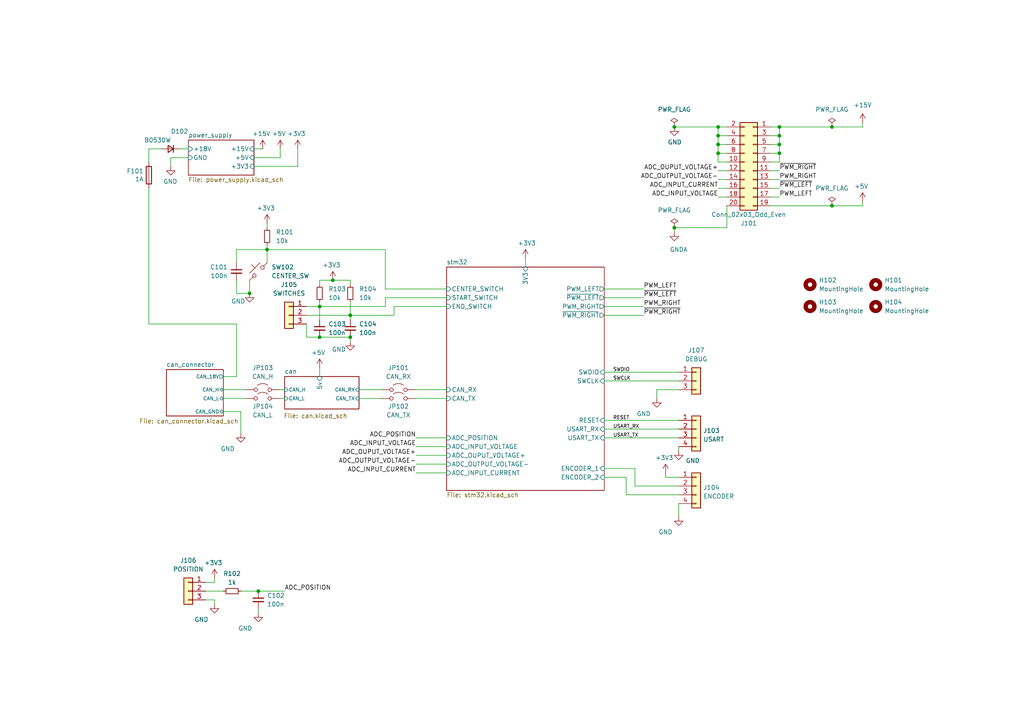
<source format=kicad_sch>
(kicad_sch (version 20231120) (generator "eeschema") (generator_version "8.0")
  (paper "A4")
  (lib_symbols
    (symbol "Connector_Generic:Conn_01x03" (pin_names (offset 1.016) hide)
      (property "Reference" "J" (at 0 5.08 0))
      (property "Value" "Conn_01x03" (at 0 -5.08 0))
      (symbol "Conn_01x03_1_1"
        (rectangle (start -1.27 -2.413) (end 0 -2.667) (stroke (width 0.1524)))
        (rectangle (start -1.27 0.127) (end 0 -0.127) (stroke (width 0.1524)))
        (rectangle (start -1.27 2.667) (end 0 2.413) (stroke (width 0.1524)))
        (rectangle (start -1.27 3.81) (end 1.27 -3.81) (stroke (width 0.254)) (fill (type background)))
        (pin passive line (at -5.08 2.54 0) (length 3.81) (name "Pin_1") (number "1"))
        (pin passive line (at -5.08 0 0) (length 3.81) (name "Pin_2") (number "2"))
        (pin passive line (at -5.08 -2.54 0) (length 3.81) (name "Pin_3") (number "3"))
      )
    )
    (symbol "Connector_Generic:Conn_01x04" (pin_names (offset 1.016) hide)
      (property "Reference" "J" (at 0 5.08 0))
      (property "Value" "Conn_01x04" (at 0 -7.62 0))
      (symbol "Conn_01x04_1_1"
        (rectangle (start -1.27 -4.953) (end 0 -5.207) (stroke (width 0.1524)))
        (rectangle (start -1.27 -2.413) (end 0 -2.667) (stroke (width 0.1524)))
        (rectangle (start -1.27 0.127) (end 0 -0.127) (stroke (width 0.1524)))
        (rectangle (start -1.27 2.667) (end 0 2.413) (stroke (width 0.1524)))
        (rectangle (start -1.27 3.81) (end 1.27 -6.35) (stroke (width 0.254)) (fill (type background)))
        (pin passive line (at -5.08 2.54 0) (length 3.81) (name "Pin_1") (number "1"))
        (pin passive line (at -5.08 0 0) (length 3.81) (name "Pin_2") (number "2"))
        (pin passive line (at -5.08 -2.54 0) (length 3.81) (name "Pin_3") (number "3"))
        (pin passive line (at -5.08 -5.08 0) (length 3.81) (name "Pin_4") (number "4"))
      )
    )
    (symbol "Connector_Generic:Conn_02x10_Odd_Even" (pin_names (offset 1.016) hide)
      (property "Reference" "J" (at 1.27 12.7 0))
      (property "Value" "Conn_02x10_Odd_Even" (at 1.27 -15.24 0))
      (symbol "Conn_02x10_Odd_Even_1_1"
        (rectangle (start -1.27 -12.573) (end 0 -12.827) (stroke (width 0.1524)))
        (rectangle (start -1.27 -10.033) (end 0 -10.287) (stroke (width 0.1524)))
        (rectangle (start -1.27 -7.493) (end 0 -7.747) (stroke (width 0.1524)))
        (rectangle (start -1.27 -4.953) (end 0 -5.207) (stroke (width 0.1524)))
        (rectangle (start -1.27 -2.413) (end 0 -2.667) (stroke (width 0.1524)))
        (rectangle (start -1.27 0.127) (end 0 -0.127) (stroke (width 0.1524)))
        (rectangle (start -1.27 2.667) (end 0 2.413) (stroke (width 0.1524)))
        (rectangle (start -1.27 5.207) (end 0 4.953) (stroke (width 0.1524)))
        (rectangle (start -1.27 7.747) (end 0 7.493) (stroke (width 0.1524)))
        (rectangle (start -1.27 10.287) (end 0 10.033) (stroke (width 0.1524)))
        (rectangle (start -1.27 11.43) (end 3.81 -13.97) (stroke (width 0.254)) (fill (type background)))
        (rectangle (start 3.81 -12.573) (end 2.54 -12.827) (stroke (width 0.1524)))
        (rectangle (start 3.81 -10.033) (end 2.54 -10.287) (stroke (width 0.1524)))
        (rectangle (start 3.81 -7.493) (end 2.54 -7.747) (stroke (width 0.1524)))
        (rectangle (start 3.81 -4.953) (end 2.54 -5.207) (stroke (width 0.1524)))
        (rectangle (start 3.81 -2.413) (end 2.54 -2.667) (stroke (width 0.1524)))
        (rectangle (start 3.81 0.127) (end 2.54 -0.127) (stroke (width 0.1524)))
        (rectangle (start 3.81 2.667) (end 2.54 2.413) (stroke (width 0.1524)))
        (rectangle (start 3.81 5.207) (end 2.54 4.953) (stroke (width 0.1524)))
        (rectangle (start 3.81 7.747) (end 2.54 7.493) (stroke (width 0.1524)))
        (rectangle (start 3.81 10.287) (end 2.54 10.033) (stroke (width 0.1524)))
        (pin passive line (at -5.08 10.16 0) (length 3.81) (name "Pin_1") (number "1"))
        (pin passive line (at 7.62 0 180) (length 3.81) (name "Pin_10") (number "10"))
        (pin passive line (at -5.08 -2.54 0) (length 3.81) (name "Pin_11") (number "11"))
        (pin passive line (at 7.62 -2.54 180) (length 3.81) (name "Pin_12") (number "12"))
        (pin passive line (at -5.08 -5.08 0) (length 3.81) (name "Pin_13") (number "13"))
        (pin passive line (at 7.62 -5.08 180) (length 3.81) (name "Pin_14") (number "14"))
        (pin passive line (at -5.08 -7.62 0) (length 3.81) (name "Pin_15") (number "15"))
        (pin passive line (at 7.62 -7.62 180) (length 3.81) (name "Pin_16") (number "16"))
        (pin passive line (at -5.08 -10.16 0) (length 3.81) (name "Pin_17") (number "17"))
        (pin passive line (at 7.62 -10.16 180) (length 3.81) (name "Pin_18") (number "18"))
        (pin passive line (at -5.08 -12.7 0) (length 3.81) (name "Pin_19") (number "19"))
        (pin passive line (at 7.62 10.16 180) (length 3.81) (name "Pin_2") (number "2"))
        (pin passive line (at 7.62 -12.7 180) (length 3.81) (name "Pin_20") (number "20"))
        (pin passive line (at -5.08 7.62 0) (length 3.81) (name "Pin_3") (number "3"))
        (pin passive line (at 7.62 7.62 180) (length 3.81) (name "Pin_4") (number "4"))
        (pin passive line (at -5.08 5.08 0) (length 3.81) (name "Pin_5") (number "5"))
        (pin passive line (at 7.62 5.08 180) (length 3.81) (name "Pin_6") (number "6"))
        (pin passive line (at -5.08 2.54 0) (length 3.81) (name "Pin_7") (number "7"))
        (pin passive line (at 7.62 2.54 180) (length 3.81) (name "Pin_8") (number "8"))
        (pin passive line (at -5.08 0 0) (length 3.81) (name "Pin_9") (number "9"))
      )
    )
    (symbol "Controle-rescue:+15V-power" (power) (pin_names (offset 0))
      (property "Value" "power_+15V" (at 0 3.556 0))
      (symbol "+15V-power_0_1"
        (polyline (pts (xy -0.762 1.27) (xy 0 2.54)))
        (polyline (pts (xy 0 0) (xy 0 2.54)))
        (polyline (pts (xy 0 2.54) (xy 0.762 1.27)))
      )
      (symbol "+15V-power_1_1"
        (pin power_in line (at 0 0 90) (length 0) hide (name "+15V") (number "1"))
      )
    )
    (symbol "Controle-rescue:+3V3-power" (power) (pin_names (offset 0))
      (property "Value" "power_+3V3" (at 0 3.556 0))
      (symbol "+3V3-power_0_1"
        (polyline (pts (xy -0.762 1.27) (xy 0 2.54)))
        (polyline (pts (xy 0 0) (xy 0 2.54)))
        (polyline (pts (xy 0 2.54) (xy 0.762 1.27)))
      )
      (symbol "+3V3-power_1_1"
        (pin power_in line (at 0 0 90) (length 0) hide (name "+3V3") (number "1"))
      )
    )
    (symbol "Controle-rescue:+5V-power" (power) (pin_names (offset 0))
      (property "Value" "power_+5V" (at 0 3.556 0))
      (symbol "+5V-power_0_1"
        (polyline (pts (xy -0.762 1.27) (xy 0 2.54)))
        (polyline (pts (xy 0 0) (xy 0 2.54)))
        (polyline (pts (xy 0 2.54) (xy 0.762 1.27)))
      )
      (symbol "+5V-power_1_1"
        (pin power_in line (at 0 0 90) (length 0) hide (name "+5V") (number "1"))
      )
    )
    (symbol "Controle-rescue:GND-power" (power) (pin_names (offset 0))
      (property "Value" "power_GND" (at 0 -3.81 0))
      (symbol "GND-power_0_1"
        (polyline (pts (xy 0 0) (xy 0 -1.27) (xy 1.27 -1.27) (xy 0 -2.54) (xy -1.27 -1.27) (xy 0 -1.27)))
      )
      (symbol "GND-power_1_1"
        (pin power_in line (at 0 0 270) (length 0) hide (name "GND") (number "1"))
      )
    )
    (symbol "Device:C_Small" (pin_numbers hide) (pin_names (offset 0.254) hide)
      (property "Reference" "C" (at 0.254 1.778 0))
      (property "Value" "C_Small" (at 0.254 -2.032 0))
      (symbol "C_Small_0_1"
        (polyline (pts (xy -1.524 -0.508) (xy 1.524 -0.508)) (stroke (width 0.3302)))
        (polyline (pts (xy -1.524 0.508) (xy 1.524 0.508)) (stroke (width 0.3048)))
      )
      (symbol "C_Small_1_1"
        (pin passive line (at 0 2.54 270) (length 2.032) (name "~") (number "1"))
        (pin passive line (at 0 -2.54 90) (length 2.032) (name "~") (number "2"))
      )
    )
    (symbol "Device:D_Small" (pin_numbers hide) (pin_names (offset 0.254) hide)
      (property "Reference" "D" (at -1.27 2.032 0))
      (property "Value" "D_Small" (at -3.81 -2.032 0))
      (symbol "D_Small_0_1"
        (polyline (pts (xy -0.762 -1.016) (xy -0.762 1.016)) (stroke (width 0.254)))
        (polyline (pts (xy -0.762 0) (xy 0.762 0)))
        (polyline (pts (xy 0.762 -1.016) (xy -0.762 0) (xy 0.762 1.016) (xy 0.762 -1.016)) (stroke (width 0.254)))
      )
      (symbol "D_Small_1_1"
        (pin passive line (at -2.54 0 0) (length 1.778) (name "K") (number "1"))
        (pin passive line (at 2.54 0 180) (length 1.778) (name "A") (number "2"))
      )
    )
    (symbol "Device:Fuse" (pin_numbers hide) (pin_names (offset 0))
      (property "Reference" "F" (at 2.032 0 90))
      (property "Value" "Fuse" (at -1.905 0 90))
      (symbol "Fuse_0_1"
        (rectangle (start -0.762 -2.54) (end 0.762 2.54) (stroke (width 0.254)))
        (polyline (pts (xy 0 2.54) (xy 0 -2.54)))
      )
      (symbol "Fuse_1_1"
        (pin passive line (at 0 3.81 270) (length 1.27) (name "~") (number "1"))
        (pin passive line (at 0 -3.81 90) (length 1.27) (name "~") (number "2"))
      )
    )
    (symbol "Device:R_Small" (pin_numbers hide) (pin_names (offset 0.254) hide)
      (property "Reference" "R" (at 0.762 0.508 0))
      (property "Value" "R_Small" (at 0.762 -1.016 0))
      (symbol "R_Small_0_1"
        (rectangle (start -0.762 1.778) (end 0.762 -1.778) (stroke (width 0.2032)))
      )
      (symbol "R_Small_1_1"
        (pin passive line (at 0 2.54 270) (length 0.762) (name "~") (number "1"))
        (pin passive line (at 0 -2.54 90) (length 0.762) (name "~") (number "2"))
      )
    )
    (symbol "Jumper:Jumper_2_Open" (pin_numbers hide) (pin_names (offset 0) hide) (exclude_from_sim yes)
      (property "Reference" "JP" (at 0 2.794 0))
      (property "Value" "Jumper_2_Open" (at 0 -2.286 0))
      (symbol "Jumper_2_Open_0_0"
        (circle (center -2.032 0) (radius 0.508))
        (circle (center 2.032 0) (radius 0.508))
      )
      (symbol "Jumper_2_Open_0_1"
        (arc (start 1.524 1.27) (mid 0 1.778) (end -1.524 1.27))
      )
      (symbol "Jumper_2_Open_1_1"
        (pin passive line (at -5.08 0 0) (length 2.54) (name "A") (number "1"))
        (pin passive line (at 5.08 0 180) (length 2.54) (name "B") (number "2"))
      )
    )
    (symbol "Mechanical:MountingHole" (pin_names (offset 1.016)) (exclude_from_sim yes) (in_bom no)
      (property "Reference" "H" (at 0 5.08 0))
      (property "Value" "MountingHole" (at 0 3.175 0))
      (symbol "MountingHole_0_1"
        (circle (center 0 0) (radius 1.27) (stroke (width 1.27)))
      )
    )
    (symbol "Switch:SW_Push_45deg" (pin_numbers hide) (pin_names (offset 1.016) hide)
      (property "Reference" "SW" (at 3.048 1.016 0))
      (property "Value" "SW_Push_45deg" (at 0 -3.81 0))
      (symbol "SW_Push_45deg_0_1"
        (circle (center -1.1684 1.1684) (radius 0.508))
        (polyline (pts (xy -0.508 2.54) (xy 2.54 -0.508)))
        (polyline (pts (xy 1.016 1.016) (xy 2.032 2.032)))
        (polyline (pts (xy -2.54 2.54) (xy -1.524 1.524) (xy -1.524 1.524)))
        (polyline (pts (xy 1.524 -1.524) (xy 2.54 -2.54) (xy 2.54 -2.54) (xy 2.54 -2.54)))
        (circle (center 1.143 -1.1938) (radius 0.508))
        (pin passive line (at -2.54 2.54 0) (length 0) (name "1") (number "1"))
        (pin passive line (at 2.54 -2.54 180) (length 0) (name "2") (number "2"))
      )
    )
    (symbol "power:+15V" (power) (pin_names (offset 0))
      (property "Value" "+15V" (at 0 3.556 0))
      (symbol "+15V_0_1"
        (polyline (pts (xy -0.762 1.27) (xy 0 2.54)))
        (polyline (pts (xy 0 0) (xy 0 2.54)))
        (polyline (pts (xy 0 2.54) (xy 0.762 1.27)))
      )
      (symbol "+15V_1_1"
        (pin power_in line (at 0 0 90) (length 0) hide (name "+15V") (number "1"))
      )
    )
    (symbol "power:GND" (power) (pin_names (offset 0))
      (property "Value" "GND" (at 0 -3.81 0))
      (symbol "GND_0_1"
        (polyline (pts (xy 0 0) (xy 0 -1.27) (xy 1.27 -1.27) (xy 0 -2.54) (xy -1.27 -1.27) (xy 0 -1.27)))
      )
      (symbol "GND_1_1"
        (pin power_in line (at 0 0 270) (length 0) hide (name "GND") (number "1"))
      )
    )
    (symbol "power:GNDA" (power) (pin_names (offset 0))
      (property "Value" "GNDA" (at 0 -3.81 0))
      (symbol "GNDA_0_1"
        (polyline (pts (xy 0 0) (xy 0 -1.27) (xy 1.27 -1.27) (xy 0 -2.54) (xy -1.27 -1.27) (xy 0 -1.27)))
      )
      (symbol "GNDA_1_1"
        (pin power_in line (at 0 0 270) (length 0) hide (name "GNDA") (number "1"))
      )
    )
    (symbol "power:PWR_FLAG" (power) (pin_numbers hide) (pin_names (offset 0) hide)
      (property "Value" "PWR_FLAG" (at 0 3.81 0))
      (symbol "PWR_FLAG_0_0"
        (pin power_out line (at 0 0 90) (length 0) (name "pwr") (number "1"))
      )
      (symbol "PWR_FLAG_0_1"
        (polyline (pts (xy 0 0) (xy 0 1.27) (xy -1.016 1.905) (xy 0 2.54) (xy 1.016 1.905) (xy 0 1.27)))
      )
    )
  )
  (junction (at 77.47 72.39))
  (junction (at 226.06 41.91))
  (junction (at 195.58 66.04))
  (junction (at 208.28 36.83))
  (junction (at 96.52 81.28))
  (junction (at 208.28 41.91))
  (junction (at 226.06 39.37))
  (junction (at 241.3 36.83))
  (junction (at 226.06 44.45))
  (junction (at 92.71 97.79))
  (junction (at 208.28 44.45))
  (junction (at 208.28 39.37))
  (junction (at 92.71 88.9))
  (junction (at 195.58 36.83))
  (junction (at 226.06 36.83))
  (junction (at 101.6 91.44))
  (junction (at 72.39 85.09))
  (junction (at 74.93 171.45))
  (junction (at 101.6 97.79))
  (junction (at 241.3 59.69))
  (wire (pts (xy 46.99 43.18) (xy 43.18 43.18)))
  (wire (pts (xy 62.23 167.64) (xy 62.23 168.91)))
  (wire (pts (xy 190.5 113.03) (xy 190.5 115.57)))
  (wire (pts (xy 77.47 72.39) (xy 77.47 76.2)))
  (wire (pts (xy 250.19 35.56) (xy 250.19 36.83)))
  (wire (pts (xy 120.65 127) (xy 129.54 127)))
  (wire (pts (xy 226.06 39.37) (xy 226.06 41.91)))
  (wire (pts (xy 195.58 66.04) (xy 210.82 66.04)))
  (wire (pts (xy 226.06 46.99) (xy 223.52 46.99)))
  (wire (pts (xy 88.9 91.44) (xy 101.6 91.44)))
  (wire (pts (xy 77.47 71.12) (xy 77.47 72.39)))
  (wire (pts (xy 101.6 97.79) (xy 101.6 99.06)))
  (wire (pts (xy 72.39 81.28) (xy 72.39 85.09)))
  (wire (pts (xy 92.71 97.79) (xy 101.6 97.79)))
  (wire (pts (xy 195.58 66.04) (xy 195.58 67.31)))
  (wire (pts (xy 111.76 86.36) (xy 129.54 86.36)))
  (wire (pts (xy 81.28 115.57) (xy 82.55 115.57)))
  (wire (pts (xy 81.28 113.03) (xy 82.55 113.03)))
  (wire (pts (xy 49.53 48.26) (xy 49.53 45.72)))
  (wire (pts (xy 43.18 93.98) (xy 43.18 54.61)))
  (wire (pts (xy 175.26 110.49) (xy 196.85 110.49)))
  (wire (pts (xy 92.71 106.68) (xy 92.71 109.22)))
  (wire (pts (xy 226.06 49.53) (xy 223.52 49.53)))
  (wire (pts (xy 241.3 36.83) (xy 250.19 36.83)))
  (wire (pts (xy 114.3 91.44) (xy 114.3 88.9)))
  (wire (pts (xy 86.36 48.26) (xy 73.66 48.26)))
  (wire (pts (xy 88.9 88.9) (xy 92.71 88.9)))
  (wire (pts (xy 68.58 76.2) (xy 68.58 72.39)))
  (wire (pts (xy 196.85 146.05) (xy 196.85 149.86)))
  (wire (pts (xy 92.71 81.28) (xy 96.52 81.28)))
  (wire (pts (xy 250.19 59.69) (xy 241.3 59.69)))
  (wire (pts (xy 43.18 46.99) (xy 43.18 43.18)))
  (wire (pts (xy 208.28 41.91) (xy 208.28 44.45)))
  (wire (pts (xy 59.69 173.99) (xy 62.23 173.99)))
  (wire (pts (xy 49.53 45.72) (xy 54.61 45.72)))
  (wire (pts (xy 210.82 49.53) (xy 208.28 49.53)))
  (wire (pts (xy 175.26 124.46) (xy 196.85 124.46)))
  (wire (pts (xy 68.58 85.09) (xy 72.39 85.09)))
  (wire (pts (xy 208.28 39.37) (xy 208.28 41.91)))
  (wire (pts (xy 210.82 39.37) (xy 208.28 39.37)))
  (wire (pts (xy 68.58 93.98) (xy 43.18 93.98)))
  (wire (pts (xy 81.28 45.72) (xy 73.66 45.72)))
  (wire (pts (xy 68.58 72.39) (xy 77.47 72.39)))
  (wire (pts (xy 92.71 88.9) (xy 92.71 92.71)))
  (wire (pts (xy 111.76 88.9) (xy 111.76 86.36)))
  (wire (pts (xy 193.04 138.43) (xy 196.85 138.43)))
  (wire (pts (xy 64.77 115.57) (xy 71.12 115.57)))
  (wire (pts (xy 81.28 43.18) (xy 81.28 45.72)))
  (wire (pts (xy 62.23 173.99) (xy 62.23 175.26)))
  (wire (pts (xy 77.47 72.39) (xy 111.76 72.39)))
  (wire (pts (xy 210.82 66.04) (xy 210.82 59.69)))
  (wire (pts (xy 86.36 43.18) (xy 86.36 48.26)))
  (wire (pts (xy 114.3 88.9) (xy 129.54 88.9)))
  (wire (pts (xy 120.65 137.16) (xy 129.54 137.16)))
  (wire (pts (xy 64.77 119.38) (xy 69.85 119.38)))
  (wire (pts (xy 208.28 39.37) (xy 208.28 36.83)))
  (wire (pts (xy 208.28 36.83) (xy 195.58 36.83)))
  (wire (pts (xy 92.71 82.55) (xy 92.71 81.28)))
  (wire (pts (xy 226.06 39.37) (xy 226.06 36.83)))
  (wire (pts (xy 120.65 113.03) (xy 129.54 113.03)))
  (wire (pts (xy 226.06 41.91) (xy 226.06 44.45)))
  (wire (pts (xy 223.52 54.61) (xy 226.06 54.61)))
  (wire (pts (xy 77.47 64.77) (xy 77.47 66.04)))
  (wire (pts (xy 62.23 168.91) (xy 59.69 168.91)))
  (wire (pts (xy 120.65 134.62) (xy 129.54 134.62)))
  (wire (pts (xy 210.82 52.07) (xy 208.28 52.07)))
  (wire (pts (xy 208.28 46.99) (xy 210.82 46.99)))
  (wire (pts (xy 92.71 88.9) (xy 111.76 88.9)))
  (wire (pts (xy 111.76 72.39) (xy 111.76 83.82)))
  (wire (pts (xy 210.82 36.83) (xy 208.28 36.83)))
  (wire (pts (xy 175.26 83.82) (xy 186.69 83.82)))
  (wire (pts (xy 175.26 127) (xy 196.85 127)))
  (wire (pts (xy 184.15 135.89) (xy 184.15 140.97)))
  (wire (pts (xy 52.07 43.18) (xy 54.61 43.18)))
  (wire (pts (xy 59.69 171.45) (xy 64.77 171.45)))
  (wire (pts (xy 68.58 81.28) (xy 68.58 85.09)))
  (wire (pts (xy 74.93 171.45) (xy 82.55 171.45)))
  (wire (pts (xy 64.77 113.03) (xy 71.12 113.03)))
  (wire (pts (xy 120.65 132.08) (xy 129.54 132.08)))
  (wire (pts (xy 181.61 138.43) (xy 181.61 143.51)))
  (wire (pts (xy 69.85 171.45) (xy 74.93 171.45)))
  (wire (pts (xy 226.06 52.07) (xy 223.52 52.07)))
  (wire (pts (xy 208.28 41.91) (xy 210.82 41.91)))
  (wire (pts (xy 175.26 88.9) (xy 186.69 88.9)))
  (wire (pts (xy 69.85 119.38) (xy 69.85 125.73)))
  (wire (pts (xy 111.76 83.82) (xy 129.54 83.82)))
  (wire (pts (xy 101.6 91.44) (xy 101.6 92.71)))
  (wire (pts (xy 101.6 87.63) (xy 101.6 91.44)))
  (wire (pts (xy 250.19 58.42) (xy 250.19 59.69)))
  (wire (pts (xy 193.04 137.16) (xy 193.04 138.43)))
  (wire (pts (xy 175.26 91.44) (xy 186.69 91.44)))
  (wire (pts (xy 210.82 57.15) (xy 208.28 57.15)))
  (wire (pts (xy 175.26 135.89) (xy 184.15 135.89)))
  (wire (pts (xy 175.26 86.36) (xy 186.69 86.36)))
  (wire (pts (xy 190.5 113.03) (xy 196.85 113.03)))
  (wire (pts (xy 92.71 88.9) (xy 92.71 87.63)))
  (wire (pts (xy 175.26 121.92) (xy 196.85 121.92)))
  (wire (pts (xy 208.28 44.45) (xy 208.28 46.99)))
  (wire (pts (xy 104.14 115.57) (xy 110.49 115.57)))
  (wire (pts (xy 76.2 43.18) (xy 73.66 43.18)))
  (wire (pts (xy 152.4 74.93) (xy 152.4 77.47)))
  (wire (pts (xy 101.6 91.44) (xy 114.3 91.44)))
  (wire (pts (xy 210.82 54.61) (xy 208.28 54.61)))
  (wire (pts (xy 74.93 176.53) (xy 74.93 177.8)))
  (wire (pts (xy 120.65 115.57) (xy 129.54 115.57)))
  (wire (pts (xy 175.26 138.43) (xy 181.61 138.43)))
  (wire (pts (xy 101.6 81.28) (xy 101.6 82.55)))
  (wire (pts (xy 88.9 93.98) (xy 88.9 97.79)))
  (wire (pts (xy 120.65 129.54) (xy 129.54 129.54)))
  (wire (pts (xy 226.06 44.45) (xy 226.06 46.99)))
  (wire (pts (xy 226.06 57.15) (xy 223.52 57.15)))
  (wire (pts (xy 88.9 97.79) (xy 92.71 97.79)))
  (wire (pts (xy 184.15 140.97) (xy 196.85 140.97)))
  (wire (pts (xy 96.52 81.28) (xy 101.6 81.28)))
  (wire (pts (xy 226.06 41.91) (xy 223.52 41.91)))
  (wire (pts (xy 223.52 59.69) (xy 241.3 59.69)))
  (wire (pts (xy 223.52 44.45) (xy 226.06 44.45)))
  (wire (pts (xy 104.14 113.03) (xy 110.49 113.03)))
  (wire (pts (xy 241.3 36.83) (xy 226.06 36.83)))
  (wire (pts (xy 226.06 36.83) (xy 223.52 36.83)))
  (wire (pts (xy 68.58 109.22) (xy 68.58 93.98)))
  (wire (pts (xy 175.26 107.95) (xy 196.85 107.95)))
  (wire (pts (xy 223.52 39.37) (xy 226.06 39.37)))
  (wire (pts (xy 196.85 129.54) (xy 196.85 130.81)))
  (wire (pts (xy 210.82 44.45) (xy 208.28 44.45)))
  (wire (pts (xy 64.77 109.22) (xy 68.58 109.22)))
  (wire (pts (xy 181.61 143.51) (xy 196.85 143.51)))
  (label "ADC_INPUT_CURRENT" (at 120.65 137.16 180))
  (label "ADC_INPUT_CURRENT" (at 208.28 54.61 180))
  (label "ADC_INPUT_VOLTAGE" (at 208.28 57.15 180))
  (label "ADC_OUPUT_VOLTAGE+" (at 208.28 49.53 180))
  (label "ADC_INPUT_VOLTAGE" (at 120.65 129.54 180))
  (label "RESET" (at 177.8 121.92 0) (effects (font (size 1.016 1.016))))
  (label "PWM_LEFT" (at 186.69 83.82 0))
  (label "USART_TX" (at 177.8 127 0) (effects (font (size 1.016 1.016))))
  (label "~{PWM_LEFT}" (at 226.06 54.61 0))
  (label "PWM_LEFT" (at 226.06 57.15 0))
  (label "USART_RX" (at 177.8 124.46 0) (effects (font (size 1.016 1.016))))
  (label "~{PWM_RIGHT}" (at 186.69 91.44 0))
  (label "SWCLK" (at 177.8 110.49 0) (effects (font (size 1.016 1.016))))
  (label "~{PWM_RIGHT}" (at 226.06 49.53 0))
  (label "ADC_OUTPUT_VOLTAGE-" (at 208.28 52.07 180))
  (label "SWDIO" (at 177.8 107.95 0) (effects (font (size 1.016 1.016))))
  (label "ADC_POSITION" (at 82.55 171.45 0))
  (label "ADC_OUPUT_VOLTAGE+" (at 120.65 132.08 180))
  (label "~{PWM_LEFT}" (at 186.69 86.36 0))
  (label "PWM_RIGHT" (at 226.06 52.07 0))
  (label "ADC_OUTPUT_VOLTAGE-" (at 120.65 134.62 180))
  (label "ADC_POSITION" (at 120.65 127 180))
  (label "PWM_RIGHT" (at 186.69 88.9 0))
  (symbol (lib_id "Controle-rescue:+5V-power") (at 81.28 43.18 0) (mirror y) (unit 1)
    (property "Reference" "#PWR0109" (effects (hide yes)))
    (property "Value" "+5V" (at 80.899 38.7858 0))
  )
  (symbol (lib_id "power:GND") (at 190.5 115.57 0) (unit 1)
    (property "Reference" "#PWR0105" (effects (hide yes)))
    (property "Value" "GND" (at 186.69 120.0134 0))
  )
  (symbol (lib_id "power:PWR_FLAG") (at 195.58 36.83 0) (unit 1)
    (property "Reference" "#FLG0101" (effects (hide yes)))
    (property "Value" "PWR_FLAG" (at 195.58 31.75 0))
  )
  (symbol (lib_id "Controle-rescue:+3V3-power") (at 77.47 64.77 0) (mirror y) (unit 1)
    (property "Reference" "#PWR0115" (effects (hide yes)))
    (property "Value" "+3V3" (at 77.089 60.3758 0))
  )
  (symbol (lib_id "Jumper:Jumper_2_Open") (at 76.2 113.03 0) (mirror y) (unit 1) (exclude_from_sim yes)
    (property "Reference" "JP103" (at 76.2 106.68 0))
    (property "Value" "CAN_H" (at 76.2 109.22 0))
    (property "Footprint" "Jumper:SolderJumper-2_P1.3mm_Open_TrianglePad1.0x1.5mm" (effects (hide yes)))
    (property "Description" "Jumper, 2-pole, open" (effects (hide yes)))
  )
  (symbol (lib_id "Device:C_Small") (at 74.93 173.99 0) (mirror y) (unit 1)
    (property "Reference" "C102" (at 77.47 172.7262 0) (effects (justify right)))
    (property "Value" "100n" (at 77.47 175.2662 0) (effects (justify right)))
    (property "Footprint" "Capacitor_SMD:C_0805_2012Metric_Pad1.18x1.45mm_HandSolder" (effects (hide yes)))
    (property "Description" "Unpolarized capacitor, small symbol" (effects (hide yes)))
  )
  (symbol (lib_id "Device:C_Small") (at 101.6 95.25 0) (mirror y) (unit 1)
    (property "Reference" "C104" (at 104.14 93.9862 0) (effects (justify right)))
    (property "Value" "100n" (at 104.14 96.5262 0) (effects (justify right)))
    (property "Footprint" "Capacitor_SMD:C_0805_2012Metric_Pad1.18x1.45mm_HandSolder" (effects (hide yes)))
    (property "Description" "Unpolarized capacitor, small symbol" (effects (hide yes)))
  )
  (symbol (lib_id "Controle-rescue:GND-power") (at 49.53 48.26 0) (mirror y) (unit 1)
    (property "Reference" "#PWR0111" (effects (hide yes)))
    (property "Value" "GND" (at 49.403 52.6542 0))
  )
  (symbol (lib_id "Connector_Generic:Conn_02x10_Odd_Even") (at 218.44 46.99 0) (mirror y) (unit 1)
    (property "Reference" "J101" (at 217.17 64.77 0))
    (property "Value" "Conn_02x03_Odd_Even" (at 217.17 62.23 0))
    (property "Footprint" "Connector_PinHeader_2.54mm:PinHeader_2x10_P2.54mm_Vertical" (effects (hide yes)))
  )
  (symbol (lib_id "Controle-rescue:+3V3-power") (at 62.23 167.64 0) (mirror y) (unit 1)
    (property "Reference" "#PWR0116" (effects (hide yes)))
    (property "Value" "+3V3" (at 61.849 163.2458 0))
  )
  (symbol (lib_id "power:PWR_FLAG") (at 241.3 36.83 0) (unit 1)
    (property "Reference" "#FLG0103" (effects (hide yes)))
    (property "Value" "PWR_FLAG" (at 241.3 31.75 0))
  )
  (symbol (lib_id "power:+15V") (at 250.19 35.56 0) (unit 1)
    (property "Reference" "#PWR0103" (effects (hide yes)))
    (property "Value" "+15V" (at 250.19 30.48 0))
  )
  (symbol (lib_id "Controle-rescue:+3V3-power") (at 86.36 43.18 0) (mirror y) (unit 1)
    (property "Reference" "#PWR0108" (effects (hide yes)))
    (property "Value" "+3V3" (at 85.979 38.7858 0))
  )
  (symbol (lib_id "Connector_Generic:Conn_01x04") (at 201.93 140.97 0) (unit 1)
    (property "Reference" "J104" (at 203.962 141.4053 0) (effects (justify left)))
    (property "Value" "ENCODER" (at 203.962 143.9422 0) (effects (justify left)))
    (property "Footprint" "TerminalBlock:TerminalBlock_bornier-4_P5.08mm" (effects (hide yes)))
  )
  (symbol (lib_id "Mechanical:MountingHole") (at 234.95 88.9 0) (unit 1) (exclude_from_sim yes) (in_bom no)
    (property "Reference" "H103" (at 237.49 87.6299 0) (effects (justify left)))
    (property "Value" "MountingHole" (at 237.49 90.1699 0) (effects (justify left)))
    (property "Footprint" "MountingHole:MountingHole_3.2mm_M3" (effects (hide yes)))
    (property "Description" "Mounting Hole without connection" (effects (hide yes)))
  )
  (symbol (lib_id "Controle-rescue:+3V3-power") (at 193.04 137.16 0) (mirror y) (unit 1)
    (property "Reference" "#PWR0113" (effects (hide yes)))
    (property "Value" "+3V3" (at 192.659 132.7658 0))
  )
  (symbol (lib_id "Connector_Generic:Conn_01x04") (at 201.93 124.46 0) (unit 1)
    (property "Reference" "J103" (at 203.962 124.8953 0) (effects (justify left)))
    (property "Value" "USART" (at 203.962 127.4322 0) (effects (justify left)))
    (property "Footprint" "Connector_PinHeader_2.54mm:PinHeader_1x04_P2.54mm_Vertical" (effects (hide yes)))
  )
  (symbol (lib_id "power:GND") (at 62.23 175.26 0) (unit 1)
    (property "Reference" "#PWR0117" (effects (hide yes)))
    (property "Value" "GND" (at 58.42 179.7034 0))
  )
  (symbol (lib_id "Controle-rescue:+3V3-power") (at 96.52 81.28 0) (mirror y) (unit 1)
    (property "Reference" "#PWR0120" (effects (hide yes)))
    (property "Value" "+3V3" (at 96.139 76.8858 0))
  )
  (symbol (lib_id "Controle-rescue:+3V3-power") (at 152.4 74.93 0) (unit 1)
    (property "Reference" "#PWR0121" (effects (hide yes)))
    (property "Value" "+3V3" (at 152.781 70.5358 0))
  )
  (symbol (lib_id "Device:R_Small") (at 67.31 171.45 90) (unit 1)
    (property "Reference" "R102" (at 67.31 166.37 90))
    (property "Value" "1k" (at 67.31 168.91 90))
    (property "Footprint" "Resistor_SMD:R_0805_2012Metric_Pad1.20x1.40mm_HandSolder" (effects (hide yes)))
    (property "Description" "Resistor, small symbol" (effects (hide yes)))
  )
  (symbol (lib_id "Mechanical:MountingHole") (at 254 88.9 0) (unit 1) (exclude_from_sim yes) (in_bom no)
    (property "Reference" "H104" (at 256.54 87.6299 0) (effects (justify left)))
    (property "Value" "MountingHole" (at 256.54 90.1699 0) (effects (justify left)))
    (property "Footprint" "MountingHole:MountingHole_3.2mm_M3" (effects (hide yes)))
    (property "Description" "Mounting Hole without connection" (effects (hide yes)))
  )
  (symbol (lib_id "power:GNDA") (at 195.58 67.31 0) (unit 1)
    (property "Reference" "#PWR0102" (effects (hide yes)))
    (property "Value" "GNDA" (at 196.85 72.39 0))
  )
  (symbol (lib_id "Device:Fuse") (at 43.18 50.8 0) (mirror y) (unit 1)
    (property "Reference" "F101" (at 41.656 49.6316 0) (effects (justify left)))
    (property "Value" "1A" (at 41.656 51.943 0) (effects (justify left)))
    (property "Footprint" "Fuse:Fuse_1812_4532Metric_Pad1.30x3.40mm_HandSolder" (effects (hide yes)))
  )
  (symbol (lib_id "power:GND") (at 101.6 99.06 0) (unit 1)
    (property "Reference" "#PWR0119" (effects (hide yes)))
    (property "Value" "GND" (at 98.298 101.346 0))
  )
  (symbol (lib_id "power:GND") (at 195.58 36.83 0) (unit 1)
    (property "Reference" "#PWR0101" (effects (hide yes)))
    (property "Value" "GND" (at 195.707 41.2242 0))
  )
  (symbol (lib_id "Connector_Generic:Conn_01x03") (at 201.93 110.49 0) (unit 1)
    (property "Reference" "J107" (at 201.93 101.6 0))
    (property "Value" "DEBUG" (at 201.93 104.14 0))
    (property "Footprint" "Connector_PinHeader_2.54mm:PinHeader_1x03_P2.54mm_Vertical" (effects (hide yes)))
    (property "Description" "Generic connector, single row, 01x03, script generated (kicad-library-utils/schlib/autogen/connector/)" (effects (hide yes)))
  )
  (symbol (lib_id "Controle-rescue:+15V-power") (at 76.2 43.18 0) (mirror y) (unit 1)
    (property "Reference" "#PWR0110" (effects (hide yes)))
    (property "Value" "+15V" (at 75.819 38.7858 0))
  )
  (symbol (lib_id "Device:R_Small") (at 101.6 85.09 0) (unit 1)
    (property "Reference" "R104" (at 104.14 83.8199 0) (effects (justify left)))
    (property "Value" "10k" (at 104.14 86.3599 0) (effects (justify left)))
    (property "Footprint" "Resistor_SMD:R_0805_2012Metric_Pad1.20x1.40mm_HandSolder" (effects (hide yes)))
    (property "Description" "Resistor, small symbol" (effects (hide yes)))
  )
  (symbol (lib_id "power:GND") (at 69.85 125.73 0) (unit 1)
    (property "Reference" "#PWR0107" (effects (hide yes)))
    (property "Value" "GND" (at 66.04 130.1734 0))
  )
  (symbol (lib_id "power:PWR_FLAG") (at 241.3 59.69 0) (unit 1)
    (property "Reference" "#FLG0104" (effects (hide yes)))
    (property "Value" "PWR_FLAG" (at 241.3 54.61 0))
  )
  (symbol (lib_id "Controle-rescue:+5V-power") (at 250.19 58.42 0) (mirror y) (unit 1)
    (property "Reference" "#PWR0123" (effects (hide yes)))
    (property "Value" "+5V" (at 249.809 54.0258 0))
  )
  (symbol (lib_id "power:GND") (at 196.85 130.81 0) (unit 1)
    (property "Reference" "#PWR0106" (effects (hide yes)))
    (property "Value" "GND" (at 200.914 133.604 0))
  )
  (symbol (lib_id "Device:C_Small") (at 68.58 78.74 0) (unit 1)
    (property "Reference" "C101" (at 66.04 77.4762 0) (effects (justify right)))
    (property "Value" "100n" (at 66.04 80.0162 0) (effects (justify right)))
    (property "Footprint" "Capacitor_SMD:C_0805_2012Metric_Pad1.18x1.45mm_HandSolder" (effects (hide yes)))
    (property "Description" "Unpolarized capacitor, small symbol" (effects (hide yes)))
  )
  (symbol (lib_id "Jumper:Jumper_2_Open") (at 115.57 115.57 0) (mirror y) (unit 1) (exclude_from_sim yes)
    (property "Reference" "JP102" (at 115.57 117.856 0))
    (property "Value" "CAN_TX" (at 115.57 120.396 0))
    (property "Footprint" "Jumper:SolderJumper-2_P1.3mm_Open_TrianglePad1.0x1.5mm" (effects (hide yes)))
    (property "Description" "Jumper, 2-pole, open" (effects (hide yes)))
  )
  (symbol (lib_id "Controle-rescue:+5V-power") (at 92.71 106.68 0) (mirror y) (unit 1)
    (property "Reference" "#PWR0122" (effects (hide yes)))
    (property "Value" "+5V" (at 92.329 102.2858 0))
  )
  (symbol (lib_id "power:GND") (at 72.39 85.09 0) (unit 1)
    (property "Reference" "#PWR0114" (effects (hide yes)))
    (property "Value" "GND" (at 69.088 87.376 0))
  )
  (symbol (lib_id "Jumper:Jumper_2_Open") (at 76.2 115.57 0) (mirror y) (unit 1) (exclude_from_sim yes)
    (property "Reference" "JP104" (at 76.2 117.856 0))
    (property "Value" "CAN_L" (at 76.2 120.396 0))
    (property "Footprint" "Jumper:SolderJumper-2_P1.3mm_Open_TrianglePad1.0x1.5mm" (effects (hide yes)))
    (property "Description" "Jumper, 2-pole, open" (effects (hide yes)))
  )
  (symbol (lib_id "power:GND") (at 196.85 149.86 0) (unit 1)
    (property "Reference" "#PWR0112" (effects (hide yes)))
    (property "Value" "GND" (at 193.04 154.3034 0))
  )
  (symbol (lib_id "Device:D_Small") (at 49.53 43.18 0) (mirror y) (unit 1)
    (property "Reference" "D102" (at 52.07 38.1 0))
    (property "Value" "B0530W" (at 45.72 40.64 0))
    (property "Footprint" "Diode_SMD:D_SOD-123F" (effects (hide yes)))
  )
  (symbol (lib_id "Device:R_Small") (at 92.71 85.09 0) (unit 1)
    (property "Reference" "R103" (at 95.25 83.8199 0) (effects (justify left)))
    (property "Value" "10k" (at 95.25 86.3599 0) (effects (justify left)))
    (property "Footprint" "Resistor_SMD:R_0805_2012Metric_Pad1.20x1.40mm_HandSolder" (effects (hide yes)))
    (property "Description" "Resistor, small symbol" (effects (hide yes)))
  )
  (symbol (lib_id "Device:C_Small") (at 92.71 95.25 0) (mirror y) (unit 1)
    (property "Reference" "C103" (at 95.25 93.9862 0) (effects (justify right)))
    (property "Value" "100n" (at 95.25 96.5262 0) (effects (justify right)))
    (property "Footprint" "Capacitor_SMD:C_0805_2012Metric_Pad1.18x1.45mm_HandSolder" (effects (hide yes)))
    (property "Description" "Unpolarized capacitor, small symbol" (effects (hide yes)))
  )
  (symbol (lib_id "Connector_Generic:Conn_01x03") (at 54.61 171.45 0) (mirror y) (unit 1)
    (property "Reference" "J106" (at 54.61 162.56 0))
    (property "Value" "POSITION" (at 54.61 165.1 0))
    (property "Footprint" "TerminalBlock:TerminalBlock_bornier-3_P5.08mm" (effects (hide yes)))
    (property "Description" "Generic connector, single row, 01x03, script generated (kicad-library-utils/schlib/autogen/connector/)" (effects (hide yes)))
  )
  (symbol (lib_id "Mechanical:MountingHole") (at 234.95 82.55 0) (unit 1) (exclude_from_sim yes) (in_bom no)
    (property "Reference" "H102" (at 237.49 81.2799 0) (effects (justify left)))
    (property "Value" "MountingHole" (at 237.49 83.8199 0) (effects (justify left)))
    (property "Footprint" "MountingHole:MountingHole_3.2mm_M3" (effects (hide yes)))
    (property "Description" "Mounting Hole without connection" (effects (hide yes)))
  )
  (symbol (lib_id "Connector_Generic:Conn_01x03") (at 83.82 91.44 0) (mirror y) (unit 1)
    (property "Reference" "J105" (at 83.82 82.55 0))
    (property "Value" "SWITCHES" (at 83.82 85.09 0))
    (property "Footprint" "TerminalBlock:TerminalBlock_bornier-3_P5.08mm" (effects (hide yes)))
    (property "Description" "Generic connector, single row, 01x03, script generated (kicad-library-utils/schlib/autogen/connector/)" (effects (hide yes)))
  )
  (symbol (lib_id "Device:R_Small") (at 77.47 68.58 0) (unit 1)
    (property "Reference" "R101" (at 80.01 67.3099 0) (effects (justify left)))
    (property "Value" "10k" (at 80.01 69.8499 0) (effects (justify left)))
    (property "Footprint" "Resistor_SMD:R_0805_2012Metric_Pad1.20x1.40mm_HandSolder" (effects (hide yes)))
    (property "Description" "Resistor, small symbol" (effects (hide yes)))
  )
  (symbol (lib_id "power:PWR_FLAG") (at 195.58 66.04 0) (unit 1)
    (property "Reference" "#FLG0102" (effects (hide yes)))
    (property "Value" "PWR_FLAG" (at 195.58 60.96 0))
  )
  (symbol (lib_id "power:GND") (at 74.93 177.8 0) (unit 1)
    (property "Reference" "#PWR0118" (effects (hide yes)))
    (property "Value" "GND" (at 71.12 182.2434 0))
  )
  (symbol (lib_id "Mechanical:MountingHole") (at 254 82.55 0) (unit 1) (exclude_from_sim yes) (in_bom no)
    (property "Reference" "H101" (at 256.54 81.2799 0) (effects (justify left)))
    (property "Value" "MountingHole" (at 256.54 83.8199 0) (effects (justify left)))
    (property "Footprint" "MountingHole:MountingHole_3.2mm_M3" (effects (hide yes)))
    (property "Description" "Mounting Hole without connection" (effects (hide yes)))
  )
  (symbol (lib_id "Switch:SW_Push_45deg") (at 74.93 78.74 90) (unit 1)
    (property "Reference" "SW102" (at 78.74 77.4699 90) (effects (justify right)))
    (property "Value" "CENTER_SW" (at 78.74 80.0099 90) (effects (justify right)))
    (property "Footprint" "Button_Switch_THT:SW_PUSH_6mm" (effects (hide yes)))
    (property "Description" "Push button switch, normally open, two pins, 45° tilted" (effects (hide yes)))
  )
  (symbol (lib_id "Jumper:Jumper_2_Open") (at 115.57 113.03 0) (mirror y) (unit 1) (exclude_from_sim yes)
    (property "Reference" "JP101" (at 115.57 106.68 0))
    (property "Value" "CAN_RX" (at 115.57 109.22 0))
    (property "Footprint" "Jumper:SolderJumper-2_P1.3mm_Open_TrianglePad1.0x1.5mm" (effects (hide yes)))
    (property "Description" "Jumper, 2-pole, open" (effects (hide yes)))
  )
  (sheet (at 48.26 107.188) (size 16.51 13.462) (stroke (width 0.1524))
    (property "Sheetname" "can_connector" (at 48.26 106.4764 0) (effects (justify left bottom)))
    (property "Sheetfile" "can_connector.kicad_sch" (at 40.386 121.412 0) (effects (justify left top)))
    (pin "CAN_GND" bidirectional (at 64.77 119.38 0) (effects (font (size 1.016 1.016))))
    (pin "CAN_H" bidirectional (at 64.77 113.03 0) (effects (font (size 1.016 1.016))))
    (pin "CAN_L" bidirectional (at 64.77 115.57 0) (effects (font (size 1.016 1.016))))
    (pin "CAN_18V" output (at 64.77 109.22 0) (effects (font (size 1.016 1.016))))
  )
  (sheet (at 82.55 109.22) (size 21.59 9.398) (stroke (width 0.1524))
    (property "Sheetname" "can" (at 82.55 108.458 0) (effects (justify left bottom)))
    (property "Sheetfile" "can.kicad_sch" (at 82.296 119.888 0) (effects (justify left top)))
    (pin "CAN_H" input (at 82.55 113.03 180) (effects (font (size 1.016 1.016))))
    (pin "CAN_L" input (at 82.55 115.57 180) (effects (font (size 1.016 1.016))))
    (pin "CAN_TX" input (at 104.14 115.57 0) (effects (font (size 1.016 1.016))))
    (pin "CAN_RX" input (at 104.14 113.03 0) (effects (font (size 1.016 1.016))))
    (pin "5v" input (at 92.71 109.22 90))
  )
  (sheet (at 129.54 77.47) (size 45.72 64.77) (stroke (width 0.1524))
    (property "Sheetname" "stm32" (at 129.54 76.7584 0) (effects (justify left bottom)))
    (property "Sheetfile" "stm32.kicad_sch" (at 129.54 142.8246 0) (effects (justify left top)))
    (pin "USART_RX" input (at 175.26 124.46 0))
    (pin "USART_TX" input (at 175.26 127 0))
    (pin "CENTER_SWITCH" input (at 129.54 83.82 180))
    (pin "CAN_TX" input (at 129.54 115.57 180))
    (pin "CAN_RX" input (at 129.54 113.03 180))
    (pin "SWDIO" input (at 175.26 107.95 0))
    (pin "SWCLK" input (at 175.26 110.49 0))
    (pin "PWM_LEFT" output (at 175.26 83.82 0))
    (pin "PWM_RIGHT" output (at 175.26 88.9 0))
    (pin "~{PWM_LEFT}" output (at 175.26 86.36 0))
    (pin "ENCODER_1" input (at 175.26 135.89 0))
    (pin "~{PWM_RIGHT}" output (at 175.26 91.44 0))
    (pin "3V3" input (at 152.4 77.47 90))
    (pin "RESET" input (at 175.26 121.92 0))
    (pin "ADC_INPUT_VOLTAGE" input (at 129.54 129.54 180))
    (pin "ADC_POSITION" input (at 129.54 127 180))
    (pin "ADC_OUPUT_VOLTAGE+" input (at 129.54 132.08 180))
    (pin "ADC_OUTPUT_VOLTAGE-" input (at 129.54 134.62 180))
    (pin "ADC_INPUT_CURRENT" input (at 129.54 137.16 180))
    (pin "START_SWITCH" input (at 129.54 86.36 180))
    (pin "END_SWITCH" input (at 129.54 88.9 180))
    (pin "ENCODER_2" input (at 175.26 138.43 0))
  )
  (sheet (at 54.61 40.64) (size 19.05 10.16)
    (property "Sheetname" "power_supply" (at 54.61 39.9284 0) (effects (justify left bottom)))
    (property "Sheetfile" "power_supply.kicad_sch" (at 54.61 51.3846 0) (effects (justify left top)))
    (pin "+18V" input (at 54.61 43.18 180))
    (pin "+5V" input (at 73.66 45.72 0))
    (pin "+3V3" input (at 73.66 48.26 0))
    (pin "GND" input (at 54.61 45.72 180))
    (pin "+15V" input (at 73.66 43.18 0))
  )
)
</source>
